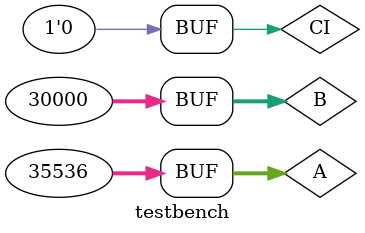
<source format=v>
`timescale 1ns / 1ps


module testbench();
    parameter n=32;
    reg [n-1:0] A,B;
    wire [n-1:0] S;
    reg CI;
    wire CO;
    FullAdder32 now(A,B,S,CI,CO);
    initial begin
        A=32'b11001010101010111110110011000011;
        B=32'b00101010000010000100101010010010;
        CI=1'b0;
        #30 CI=1'b1;
        #50 CI=0;A=35536;B=30000;
    end
endmodule
</source>
